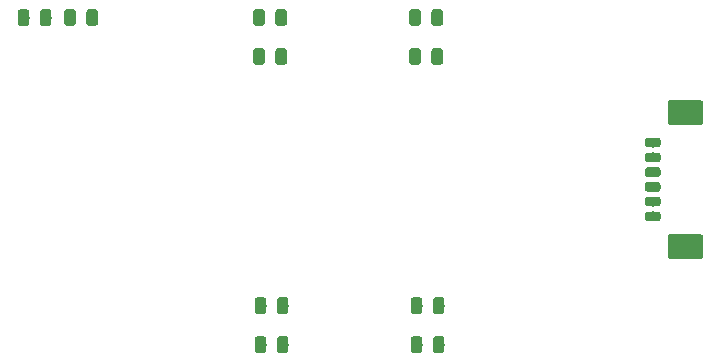
<source format=gtp>
G04 #@! TF.GenerationSoftware,KiCad,Pcbnew,(5.1.4)-1*
G04 #@! TF.CreationDate,2021-03-16T12:48:34+01:00*
G04 #@! TF.ProjectId,ISP_Adapter_V10,4953505f-4164-4617-9074-65725f563130,rev?*
G04 #@! TF.SameCoordinates,Original*
G04 #@! TF.FileFunction,Paste,Top*
G04 #@! TF.FilePolarity,Positive*
%FSLAX46Y46*%
G04 Gerber Fmt 4.6, Leading zero omitted, Abs format (unit mm)*
G04 Created by KiCad (PCBNEW (5.1.4)-1) date 2021-03-16 12:48:34*
%MOMM*%
%LPD*%
G04 APERTURE LIST*
%ADD10C,0.100000*%
%ADD11C,0.800000*%
%ADD12C,2.100000*%
%ADD13C,0.975000*%
G04 APERTURE END LIST*
D10*
G36*
X185147603Y-61399963D02*
G01*
X185167018Y-61402843D01*
X185186057Y-61407612D01*
X185204537Y-61414224D01*
X185222279Y-61422616D01*
X185239114Y-61432706D01*
X185254879Y-61444398D01*
X185269421Y-61457579D01*
X185282602Y-61472121D01*
X185294294Y-61487886D01*
X185304384Y-61504721D01*
X185312776Y-61522463D01*
X185319388Y-61540943D01*
X185324157Y-61559982D01*
X185327037Y-61579397D01*
X185328000Y-61599000D01*
X185328000Y-61999000D01*
X185327037Y-62018603D01*
X185324157Y-62038018D01*
X185319388Y-62057057D01*
X185312776Y-62075537D01*
X185304384Y-62093279D01*
X185294294Y-62110114D01*
X185282602Y-62125879D01*
X185269421Y-62140421D01*
X185254879Y-62153602D01*
X185239114Y-62165294D01*
X185222279Y-62175384D01*
X185204537Y-62183776D01*
X185186057Y-62190388D01*
X185167018Y-62195157D01*
X185147603Y-62198037D01*
X185128000Y-62199000D01*
X184228000Y-62199000D01*
X184208397Y-62198037D01*
X184188982Y-62195157D01*
X184169943Y-62190388D01*
X184151463Y-62183776D01*
X184133721Y-62175384D01*
X184116886Y-62165294D01*
X184101121Y-62153602D01*
X184086579Y-62140421D01*
X184073398Y-62125879D01*
X184061706Y-62110114D01*
X184051616Y-62093279D01*
X184043224Y-62075537D01*
X184036612Y-62057057D01*
X184031843Y-62038018D01*
X184028963Y-62018603D01*
X184028000Y-61999000D01*
X184028000Y-61599000D01*
X184028963Y-61579397D01*
X184031843Y-61559982D01*
X184036612Y-61540943D01*
X184043224Y-61522463D01*
X184051616Y-61504721D01*
X184061706Y-61487886D01*
X184073398Y-61472121D01*
X184086579Y-61457579D01*
X184101121Y-61444398D01*
X184116886Y-61432706D01*
X184133721Y-61422616D01*
X184151463Y-61414224D01*
X184169943Y-61407612D01*
X184188982Y-61402843D01*
X184208397Y-61399963D01*
X184228000Y-61399000D01*
X185128000Y-61399000D01*
X185147603Y-61399963D01*
X185147603Y-61399963D01*
G37*
D11*
X184678000Y-61799000D03*
D10*
G36*
X185147603Y-60149963D02*
G01*
X185167018Y-60152843D01*
X185186057Y-60157612D01*
X185204537Y-60164224D01*
X185222279Y-60172616D01*
X185239114Y-60182706D01*
X185254879Y-60194398D01*
X185269421Y-60207579D01*
X185282602Y-60222121D01*
X185294294Y-60237886D01*
X185304384Y-60254721D01*
X185312776Y-60272463D01*
X185319388Y-60290943D01*
X185324157Y-60309982D01*
X185327037Y-60329397D01*
X185328000Y-60349000D01*
X185328000Y-60749000D01*
X185327037Y-60768603D01*
X185324157Y-60788018D01*
X185319388Y-60807057D01*
X185312776Y-60825537D01*
X185304384Y-60843279D01*
X185294294Y-60860114D01*
X185282602Y-60875879D01*
X185269421Y-60890421D01*
X185254879Y-60903602D01*
X185239114Y-60915294D01*
X185222279Y-60925384D01*
X185204537Y-60933776D01*
X185186057Y-60940388D01*
X185167018Y-60945157D01*
X185147603Y-60948037D01*
X185128000Y-60949000D01*
X184228000Y-60949000D01*
X184208397Y-60948037D01*
X184188982Y-60945157D01*
X184169943Y-60940388D01*
X184151463Y-60933776D01*
X184133721Y-60925384D01*
X184116886Y-60915294D01*
X184101121Y-60903602D01*
X184086579Y-60890421D01*
X184073398Y-60875879D01*
X184061706Y-60860114D01*
X184051616Y-60843279D01*
X184043224Y-60825537D01*
X184036612Y-60807057D01*
X184031843Y-60788018D01*
X184028963Y-60768603D01*
X184028000Y-60749000D01*
X184028000Y-60349000D01*
X184028963Y-60329397D01*
X184031843Y-60309982D01*
X184036612Y-60290943D01*
X184043224Y-60272463D01*
X184051616Y-60254721D01*
X184061706Y-60237886D01*
X184073398Y-60222121D01*
X184086579Y-60207579D01*
X184101121Y-60194398D01*
X184116886Y-60182706D01*
X184133721Y-60172616D01*
X184151463Y-60164224D01*
X184169943Y-60157612D01*
X184188982Y-60152843D01*
X184208397Y-60149963D01*
X184228000Y-60149000D01*
X185128000Y-60149000D01*
X185147603Y-60149963D01*
X185147603Y-60149963D01*
G37*
D11*
X184678000Y-60549000D03*
D10*
G36*
X185147603Y-58899963D02*
G01*
X185167018Y-58902843D01*
X185186057Y-58907612D01*
X185204537Y-58914224D01*
X185222279Y-58922616D01*
X185239114Y-58932706D01*
X185254879Y-58944398D01*
X185269421Y-58957579D01*
X185282602Y-58972121D01*
X185294294Y-58987886D01*
X185304384Y-59004721D01*
X185312776Y-59022463D01*
X185319388Y-59040943D01*
X185324157Y-59059982D01*
X185327037Y-59079397D01*
X185328000Y-59099000D01*
X185328000Y-59499000D01*
X185327037Y-59518603D01*
X185324157Y-59538018D01*
X185319388Y-59557057D01*
X185312776Y-59575537D01*
X185304384Y-59593279D01*
X185294294Y-59610114D01*
X185282602Y-59625879D01*
X185269421Y-59640421D01*
X185254879Y-59653602D01*
X185239114Y-59665294D01*
X185222279Y-59675384D01*
X185204537Y-59683776D01*
X185186057Y-59690388D01*
X185167018Y-59695157D01*
X185147603Y-59698037D01*
X185128000Y-59699000D01*
X184228000Y-59699000D01*
X184208397Y-59698037D01*
X184188982Y-59695157D01*
X184169943Y-59690388D01*
X184151463Y-59683776D01*
X184133721Y-59675384D01*
X184116886Y-59665294D01*
X184101121Y-59653602D01*
X184086579Y-59640421D01*
X184073398Y-59625879D01*
X184061706Y-59610114D01*
X184051616Y-59593279D01*
X184043224Y-59575537D01*
X184036612Y-59557057D01*
X184031843Y-59538018D01*
X184028963Y-59518603D01*
X184028000Y-59499000D01*
X184028000Y-59099000D01*
X184028963Y-59079397D01*
X184031843Y-59059982D01*
X184036612Y-59040943D01*
X184043224Y-59022463D01*
X184051616Y-59004721D01*
X184061706Y-58987886D01*
X184073398Y-58972121D01*
X184086579Y-58957579D01*
X184101121Y-58944398D01*
X184116886Y-58932706D01*
X184133721Y-58922616D01*
X184151463Y-58914224D01*
X184169943Y-58907612D01*
X184188982Y-58902843D01*
X184208397Y-58899963D01*
X184228000Y-58899000D01*
X185128000Y-58899000D01*
X185147603Y-58899963D01*
X185147603Y-58899963D01*
G37*
D11*
X184678000Y-59299000D03*
D10*
G36*
X185147603Y-57649963D02*
G01*
X185167018Y-57652843D01*
X185186057Y-57657612D01*
X185204537Y-57664224D01*
X185222279Y-57672616D01*
X185239114Y-57682706D01*
X185254879Y-57694398D01*
X185269421Y-57707579D01*
X185282602Y-57722121D01*
X185294294Y-57737886D01*
X185304384Y-57754721D01*
X185312776Y-57772463D01*
X185319388Y-57790943D01*
X185324157Y-57809982D01*
X185327037Y-57829397D01*
X185328000Y-57849000D01*
X185328000Y-58249000D01*
X185327037Y-58268603D01*
X185324157Y-58288018D01*
X185319388Y-58307057D01*
X185312776Y-58325537D01*
X185304384Y-58343279D01*
X185294294Y-58360114D01*
X185282602Y-58375879D01*
X185269421Y-58390421D01*
X185254879Y-58403602D01*
X185239114Y-58415294D01*
X185222279Y-58425384D01*
X185204537Y-58433776D01*
X185186057Y-58440388D01*
X185167018Y-58445157D01*
X185147603Y-58448037D01*
X185128000Y-58449000D01*
X184228000Y-58449000D01*
X184208397Y-58448037D01*
X184188982Y-58445157D01*
X184169943Y-58440388D01*
X184151463Y-58433776D01*
X184133721Y-58425384D01*
X184116886Y-58415294D01*
X184101121Y-58403602D01*
X184086579Y-58390421D01*
X184073398Y-58375879D01*
X184061706Y-58360114D01*
X184051616Y-58343279D01*
X184043224Y-58325537D01*
X184036612Y-58307057D01*
X184031843Y-58288018D01*
X184028963Y-58268603D01*
X184028000Y-58249000D01*
X184028000Y-57849000D01*
X184028963Y-57829397D01*
X184031843Y-57809982D01*
X184036612Y-57790943D01*
X184043224Y-57772463D01*
X184051616Y-57754721D01*
X184061706Y-57737886D01*
X184073398Y-57722121D01*
X184086579Y-57707579D01*
X184101121Y-57694398D01*
X184116886Y-57682706D01*
X184133721Y-57672616D01*
X184151463Y-57664224D01*
X184169943Y-57657612D01*
X184188982Y-57652843D01*
X184208397Y-57649963D01*
X184228000Y-57649000D01*
X185128000Y-57649000D01*
X185147603Y-57649963D01*
X185147603Y-57649963D01*
G37*
D11*
X184678000Y-58049000D03*
D10*
G36*
X185147603Y-56399963D02*
G01*
X185167018Y-56402843D01*
X185186057Y-56407612D01*
X185204537Y-56414224D01*
X185222279Y-56422616D01*
X185239114Y-56432706D01*
X185254879Y-56444398D01*
X185269421Y-56457579D01*
X185282602Y-56472121D01*
X185294294Y-56487886D01*
X185304384Y-56504721D01*
X185312776Y-56522463D01*
X185319388Y-56540943D01*
X185324157Y-56559982D01*
X185327037Y-56579397D01*
X185328000Y-56599000D01*
X185328000Y-56999000D01*
X185327037Y-57018603D01*
X185324157Y-57038018D01*
X185319388Y-57057057D01*
X185312776Y-57075537D01*
X185304384Y-57093279D01*
X185294294Y-57110114D01*
X185282602Y-57125879D01*
X185269421Y-57140421D01*
X185254879Y-57153602D01*
X185239114Y-57165294D01*
X185222279Y-57175384D01*
X185204537Y-57183776D01*
X185186057Y-57190388D01*
X185167018Y-57195157D01*
X185147603Y-57198037D01*
X185128000Y-57199000D01*
X184228000Y-57199000D01*
X184208397Y-57198037D01*
X184188982Y-57195157D01*
X184169943Y-57190388D01*
X184151463Y-57183776D01*
X184133721Y-57175384D01*
X184116886Y-57165294D01*
X184101121Y-57153602D01*
X184086579Y-57140421D01*
X184073398Y-57125879D01*
X184061706Y-57110114D01*
X184051616Y-57093279D01*
X184043224Y-57075537D01*
X184036612Y-57057057D01*
X184031843Y-57038018D01*
X184028963Y-57018603D01*
X184028000Y-56999000D01*
X184028000Y-56599000D01*
X184028963Y-56579397D01*
X184031843Y-56559982D01*
X184036612Y-56540943D01*
X184043224Y-56522463D01*
X184051616Y-56504721D01*
X184061706Y-56487886D01*
X184073398Y-56472121D01*
X184086579Y-56457579D01*
X184101121Y-56444398D01*
X184116886Y-56432706D01*
X184133721Y-56422616D01*
X184151463Y-56414224D01*
X184169943Y-56407612D01*
X184188982Y-56402843D01*
X184208397Y-56399963D01*
X184228000Y-56399000D01*
X185128000Y-56399000D01*
X185147603Y-56399963D01*
X185147603Y-56399963D01*
G37*
D11*
X184678000Y-56799000D03*
D10*
G36*
X185147603Y-55149963D02*
G01*
X185167018Y-55152843D01*
X185186057Y-55157612D01*
X185204537Y-55164224D01*
X185222279Y-55172616D01*
X185239114Y-55182706D01*
X185254879Y-55194398D01*
X185269421Y-55207579D01*
X185282602Y-55222121D01*
X185294294Y-55237886D01*
X185304384Y-55254721D01*
X185312776Y-55272463D01*
X185319388Y-55290943D01*
X185324157Y-55309982D01*
X185327037Y-55329397D01*
X185328000Y-55349000D01*
X185328000Y-55749000D01*
X185327037Y-55768603D01*
X185324157Y-55788018D01*
X185319388Y-55807057D01*
X185312776Y-55825537D01*
X185304384Y-55843279D01*
X185294294Y-55860114D01*
X185282602Y-55875879D01*
X185269421Y-55890421D01*
X185254879Y-55903602D01*
X185239114Y-55915294D01*
X185222279Y-55925384D01*
X185204537Y-55933776D01*
X185186057Y-55940388D01*
X185167018Y-55945157D01*
X185147603Y-55948037D01*
X185128000Y-55949000D01*
X184228000Y-55949000D01*
X184208397Y-55948037D01*
X184188982Y-55945157D01*
X184169943Y-55940388D01*
X184151463Y-55933776D01*
X184133721Y-55925384D01*
X184116886Y-55915294D01*
X184101121Y-55903602D01*
X184086579Y-55890421D01*
X184073398Y-55875879D01*
X184061706Y-55860114D01*
X184051616Y-55843279D01*
X184043224Y-55825537D01*
X184036612Y-55807057D01*
X184031843Y-55788018D01*
X184028963Y-55768603D01*
X184028000Y-55749000D01*
X184028000Y-55349000D01*
X184028963Y-55329397D01*
X184031843Y-55309982D01*
X184036612Y-55290943D01*
X184043224Y-55272463D01*
X184051616Y-55254721D01*
X184061706Y-55237886D01*
X184073398Y-55222121D01*
X184086579Y-55207579D01*
X184101121Y-55194398D01*
X184116886Y-55182706D01*
X184133721Y-55172616D01*
X184151463Y-55164224D01*
X184169943Y-55157612D01*
X184188982Y-55152843D01*
X184208397Y-55149963D01*
X184228000Y-55149000D01*
X185128000Y-55149000D01*
X185147603Y-55149963D01*
X185147603Y-55149963D01*
G37*
D11*
X184678000Y-55549000D03*
D10*
G36*
X188702504Y-63300204D02*
G01*
X188726773Y-63303804D01*
X188750571Y-63309765D01*
X188773671Y-63318030D01*
X188795849Y-63328520D01*
X188816893Y-63341133D01*
X188836598Y-63355747D01*
X188854777Y-63372223D01*
X188871253Y-63390402D01*
X188885867Y-63410107D01*
X188898480Y-63431151D01*
X188908970Y-63453329D01*
X188917235Y-63476429D01*
X188923196Y-63500227D01*
X188926796Y-63524496D01*
X188928000Y-63549000D01*
X188928000Y-65149000D01*
X188926796Y-65173504D01*
X188923196Y-65197773D01*
X188917235Y-65221571D01*
X188908970Y-65244671D01*
X188898480Y-65266849D01*
X188885867Y-65287893D01*
X188871253Y-65307598D01*
X188854777Y-65325777D01*
X188836598Y-65342253D01*
X188816893Y-65356867D01*
X188795849Y-65369480D01*
X188773671Y-65379970D01*
X188750571Y-65388235D01*
X188726773Y-65394196D01*
X188702504Y-65397796D01*
X188678000Y-65399000D01*
X186178000Y-65399000D01*
X186153496Y-65397796D01*
X186129227Y-65394196D01*
X186105429Y-65388235D01*
X186082329Y-65379970D01*
X186060151Y-65369480D01*
X186039107Y-65356867D01*
X186019402Y-65342253D01*
X186001223Y-65325777D01*
X185984747Y-65307598D01*
X185970133Y-65287893D01*
X185957520Y-65266849D01*
X185947030Y-65244671D01*
X185938765Y-65221571D01*
X185932804Y-65197773D01*
X185929204Y-65173504D01*
X185928000Y-65149000D01*
X185928000Y-63549000D01*
X185929204Y-63524496D01*
X185932804Y-63500227D01*
X185938765Y-63476429D01*
X185947030Y-63453329D01*
X185957520Y-63431151D01*
X185970133Y-63410107D01*
X185984747Y-63390402D01*
X186001223Y-63372223D01*
X186019402Y-63355747D01*
X186039107Y-63341133D01*
X186060151Y-63328520D01*
X186082329Y-63318030D01*
X186105429Y-63309765D01*
X186129227Y-63303804D01*
X186153496Y-63300204D01*
X186178000Y-63299000D01*
X188678000Y-63299000D01*
X188702504Y-63300204D01*
X188702504Y-63300204D01*
G37*
D12*
X187428000Y-64349000D03*
D10*
G36*
X188702504Y-51950204D02*
G01*
X188726773Y-51953804D01*
X188750571Y-51959765D01*
X188773671Y-51968030D01*
X188795849Y-51978520D01*
X188816893Y-51991133D01*
X188836598Y-52005747D01*
X188854777Y-52022223D01*
X188871253Y-52040402D01*
X188885867Y-52060107D01*
X188898480Y-52081151D01*
X188908970Y-52103329D01*
X188917235Y-52126429D01*
X188923196Y-52150227D01*
X188926796Y-52174496D01*
X188928000Y-52199000D01*
X188928000Y-53799000D01*
X188926796Y-53823504D01*
X188923196Y-53847773D01*
X188917235Y-53871571D01*
X188908970Y-53894671D01*
X188898480Y-53916849D01*
X188885867Y-53937893D01*
X188871253Y-53957598D01*
X188854777Y-53975777D01*
X188836598Y-53992253D01*
X188816893Y-54006867D01*
X188795849Y-54019480D01*
X188773671Y-54029970D01*
X188750571Y-54038235D01*
X188726773Y-54044196D01*
X188702504Y-54047796D01*
X188678000Y-54049000D01*
X186178000Y-54049000D01*
X186153496Y-54047796D01*
X186129227Y-54044196D01*
X186105429Y-54038235D01*
X186082329Y-54029970D01*
X186060151Y-54019480D01*
X186039107Y-54006867D01*
X186019402Y-53992253D01*
X186001223Y-53975777D01*
X185984747Y-53957598D01*
X185970133Y-53937893D01*
X185957520Y-53916849D01*
X185947030Y-53894671D01*
X185938765Y-53871571D01*
X185932804Y-53847773D01*
X185929204Y-53823504D01*
X185928000Y-53799000D01*
X185928000Y-52199000D01*
X185929204Y-52174496D01*
X185932804Y-52150227D01*
X185938765Y-52126429D01*
X185947030Y-52103329D01*
X185957520Y-52081151D01*
X185970133Y-52060107D01*
X185984747Y-52040402D01*
X186001223Y-52022223D01*
X186019402Y-52005747D01*
X186039107Y-51991133D01*
X186060151Y-51978520D01*
X186082329Y-51968030D01*
X186105429Y-51959765D01*
X186129227Y-51953804D01*
X186153496Y-51950204D01*
X186178000Y-51949000D01*
X188678000Y-51949000D01*
X188702504Y-51950204D01*
X188702504Y-51950204D01*
G37*
D12*
X187428000Y-52999000D03*
D10*
G36*
X153478142Y-44259174D02*
G01*
X153501803Y-44262684D01*
X153525007Y-44268496D01*
X153547529Y-44276554D01*
X153569153Y-44286782D01*
X153589670Y-44299079D01*
X153608883Y-44313329D01*
X153626607Y-44329393D01*
X153642671Y-44347117D01*
X153656921Y-44366330D01*
X153669218Y-44386847D01*
X153679446Y-44408471D01*
X153687504Y-44430993D01*
X153693316Y-44454197D01*
X153696826Y-44477858D01*
X153698000Y-44501750D01*
X153698000Y-45414250D01*
X153696826Y-45438142D01*
X153693316Y-45461803D01*
X153687504Y-45485007D01*
X153679446Y-45507529D01*
X153669218Y-45529153D01*
X153656921Y-45549670D01*
X153642671Y-45568883D01*
X153626607Y-45586607D01*
X153608883Y-45602671D01*
X153589670Y-45616921D01*
X153569153Y-45629218D01*
X153547529Y-45639446D01*
X153525007Y-45647504D01*
X153501803Y-45653316D01*
X153478142Y-45656826D01*
X153454250Y-45658000D01*
X152966750Y-45658000D01*
X152942858Y-45656826D01*
X152919197Y-45653316D01*
X152895993Y-45647504D01*
X152873471Y-45639446D01*
X152851847Y-45629218D01*
X152831330Y-45616921D01*
X152812117Y-45602671D01*
X152794393Y-45586607D01*
X152778329Y-45568883D01*
X152764079Y-45549670D01*
X152751782Y-45529153D01*
X152741554Y-45507529D01*
X152733496Y-45485007D01*
X152727684Y-45461803D01*
X152724174Y-45438142D01*
X152723000Y-45414250D01*
X152723000Y-44501750D01*
X152724174Y-44477858D01*
X152727684Y-44454197D01*
X152733496Y-44430993D01*
X152741554Y-44408471D01*
X152751782Y-44386847D01*
X152764079Y-44366330D01*
X152778329Y-44347117D01*
X152794393Y-44329393D01*
X152812117Y-44313329D01*
X152831330Y-44299079D01*
X152851847Y-44286782D01*
X152873471Y-44276554D01*
X152895993Y-44268496D01*
X152919197Y-44262684D01*
X152942858Y-44259174D01*
X152966750Y-44258000D01*
X153454250Y-44258000D01*
X153478142Y-44259174D01*
X153478142Y-44259174D01*
G37*
D13*
X153210500Y-44958000D03*
D10*
G36*
X151603142Y-44259174D02*
G01*
X151626803Y-44262684D01*
X151650007Y-44268496D01*
X151672529Y-44276554D01*
X151694153Y-44286782D01*
X151714670Y-44299079D01*
X151733883Y-44313329D01*
X151751607Y-44329393D01*
X151767671Y-44347117D01*
X151781921Y-44366330D01*
X151794218Y-44386847D01*
X151804446Y-44408471D01*
X151812504Y-44430993D01*
X151818316Y-44454197D01*
X151821826Y-44477858D01*
X151823000Y-44501750D01*
X151823000Y-45414250D01*
X151821826Y-45438142D01*
X151818316Y-45461803D01*
X151812504Y-45485007D01*
X151804446Y-45507529D01*
X151794218Y-45529153D01*
X151781921Y-45549670D01*
X151767671Y-45568883D01*
X151751607Y-45586607D01*
X151733883Y-45602671D01*
X151714670Y-45616921D01*
X151694153Y-45629218D01*
X151672529Y-45639446D01*
X151650007Y-45647504D01*
X151626803Y-45653316D01*
X151603142Y-45656826D01*
X151579250Y-45658000D01*
X151091750Y-45658000D01*
X151067858Y-45656826D01*
X151044197Y-45653316D01*
X151020993Y-45647504D01*
X150998471Y-45639446D01*
X150976847Y-45629218D01*
X150956330Y-45616921D01*
X150937117Y-45602671D01*
X150919393Y-45586607D01*
X150903329Y-45568883D01*
X150889079Y-45549670D01*
X150876782Y-45529153D01*
X150866554Y-45507529D01*
X150858496Y-45485007D01*
X150852684Y-45461803D01*
X150849174Y-45438142D01*
X150848000Y-45414250D01*
X150848000Y-44501750D01*
X150849174Y-44477858D01*
X150852684Y-44454197D01*
X150858496Y-44430993D01*
X150866554Y-44408471D01*
X150876782Y-44386847D01*
X150889079Y-44366330D01*
X150903329Y-44347117D01*
X150919393Y-44329393D01*
X150937117Y-44313329D01*
X150956330Y-44299079D01*
X150976847Y-44286782D01*
X150998471Y-44276554D01*
X151020993Y-44268496D01*
X151044197Y-44262684D01*
X151067858Y-44259174D01*
X151091750Y-44258000D01*
X151579250Y-44258000D01*
X151603142Y-44259174D01*
X151603142Y-44259174D01*
G37*
D13*
X151335500Y-44958000D03*
D10*
G36*
X166686142Y-44259174D02*
G01*
X166709803Y-44262684D01*
X166733007Y-44268496D01*
X166755529Y-44276554D01*
X166777153Y-44286782D01*
X166797670Y-44299079D01*
X166816883Y-44313329D01*
X166834607Y-44329393D01*
X166850671Y-44347117D01*
X166864921Y-44366330D01*
X166877218Y-44386847D01*
X166887446Y-44408471D01*
X166895504Y-44430993D01*
X166901316Y-44454197D01*
X166904826Y-44477858D01*
X166906000Y-44501750D01*
X166906000Y-45414250D01*
X166904826Y-45438142D01*
X166901316Y-45461803D01*
X166895504Y-45485007D01*
X166887446Y-45507529D01*
X166877218Y-45529153D01*
X166864921Y-45549670D01*
X166850671Y-45568883D01*
X166834607Y-45586607D01*
X166816883Y-45602671D01*
X166797670Y-45616921D01*
X166777153Y-45629218D01*
X166755529Y-45639446D01*
X166733007Y-45647504D01*
X166709803Y-45653316D01*
X166686142Y-45656826D01*
X166662250Y-45658000D01*
X166174750Y-45658000D01*
X166150858Y-45656826D01*
X166127197Y-45653316D01*
X166103993Y-45647504D01*
X166081471Y-45639446D01*
X166059847Y-45629218D01*
X166039330Y-45616921D01*
X166020117Y-45602671D01*
X166002393Y-45586607D01*
X165986329Y-45568883D01*
X165972079Y-45549670D01*
X165959782Y-45529153D01*
X165949554Y-45507529D01*
X165941496Y-45485007D01*
X165935684Y-45461803D01*
X165932174Y-45438142D01*
X165931000Y-45414250D01*
X165931000Y-44501750D01*
X165932174Y-44477858D01*
X165935684Y-44454197D01*
X165941496Y-44430993D01*
X165949554Y-44408471D01*
X165959782Y-44386847D01*
X165972079Y-44366330D01*
X165986329Y-44347117D01*
X166002393Y-44329393D01*
X166020117Y-44313329D01*
X166039330Y-44299079D01*
X166059847Y-44286782D01*
X166081471Y-44276554D01*
X166103993Y-44268496D01*
X166127197Y-44262684D01*
X166150858Y-44259174D01*
X166174750Y-44258000D01*
X166662250Y-44258000D01*
X166686142Y-44259174D01*
X166686142Y-44259174D01*
G37*
D13*
X166418500Y-44958000D03*
D10*
G36*
X164811142Y-44259174D02*
G01*
X164834803Y-44262684D01*
X164858007Y-44268496D01*
X164880529Y-44276554D01*
X164902153Y-44286782D01*
X164922670Y-44299079D01*
X164941883Y-44313329D01*
X164959607Y-44329393D01*
X164975671Y-44347117D01*
X164989921Y-44366330D01*
X165002218Y-44386847D01*
X165012446Y-44408471D01*
X165020504Y-44430993D01*
X165026316Y-44454197D01*
X165029826Y-44477858D01*
X165031000Y-44501750D01*
X165031000Y-45414250D01*
X165029826Y-45438142D01*
X165026316Y-45461803D01*
X165020504Y-45485007D01*
X165012446Y-45507529D01*
X165002218Y-45529153D01*
X164989921Y-45549670D01*
X164975671Y-45568883D01*
X164959607Y-45586607D01*
X164941883Y-45602671D01*
X164922670Y-45616921D01*
X164902153Y-45629218D01*
X164880529Y-45639446D01*
X164858007Y-45647504D01*
X164834803Y-45653316D01*
X164811142Y-45656826D01*
X164787250Y-45658000D01*
X164299750Y-45658000D01*
X164275858Y-45656826D01*
X164252197Y-45653316D01*
X164228993Y-45647504D01*
X164206471Y-45639446D01*
X164184847Y-45629218D01*
X164164330Y-45616921D01*
X164145117Y-45602671D01*
X164127393Y-45586607D01*
X164111329Y-45568883D01*
X164097079Y-45549670D01*
X164084782Y-45529153D01*
X164074554Y-45507529D01*
X164066496Y-45485007D01*
X164060684Y-45461803D01*
X164057174Y-45438142D01*
X164056000Y-45414250D01*
X164056000Y-44501750D01*
X164057174Y-44477858D01*
X164060684Y-44454197D01*
X164066496Y-44430993D01*
X164074554Y-44408471D01*
X164084782Y-44386847D01*
X164097079Y-44366330D01*
X164111329Y-44347117D01*
X164127393Y-44329393D01*
X164145117Y-44313329D01*
X164164330Y-44299079D01*
X164184847Y-44286782D01*
X164206471Y-44276554D01*
X164228993Y-44268496D01*
X164252197Y-44262684D01*
X164275858Y-44259174D01*
X164299750Y-44258000D01*
X164787250Y-44258000D01*
X164811142Y-44259174D01*
X164811142Y-44259174D01*
G37*
D13*
X164543500Y-44958000D03*
D10*
G36*
X153478142Y-47561174D02*
G01*
X153501803Y-47564684D01*
X153525007Y-47570496D01*
X153547529Y-47578554D01*
X153569153Y-47588782D01*
X153589670Y-47601079D01*
X153608883Y-47615329D01*
X153626607Y-47631393D01*
X153642671Y-47649117D01*
X153656921Y-47668330D01*
X153669218Y-47688847D01*
X153679446Y-47710471D01*
X153687504Y-47732993D01*
X153693316Y-47756197D01*
X153696826Y-47779858D01*
X153698000Y-47803750D01*
X153698000Y-48716250D01*
X153696826Y-48740142D01*
X153693316Y-48763803D01*
X153687504Y-48787007D01*
X153679446Y-48809529D01*
X153669218Y-48831153D01*
X153656921Y-48851670D01*
X153642671Y-48870883D01*
X153626607Y-48888607D01*
X153608883Y-48904671D01*
X153589670Y-48918921D01*
X153569153Y-48931218D01*
X153547529Y-48941446D01*
X153525007Y-48949504D01*
X153501803Y-48955316D01*
X153478142Y-48958826D01*
X153454250Y-48960000D01*
X152966750Y-48960000D01*
X152942858Y-48958826D01*
X152919197Y-48955316D01*
X152895993Y-48949504D01*
X152873471Y-48941446D01*
X152851847Y-48931218D01*
X152831330Y-48918921D01*
X152812117Y-48904671D01*
X152794393Y-48888607D01*
X152778329Y-48870883D01*
X152764079Y-48851670D01*
X152751782Y-48831153D01*
X152741554Y-48809529D01*
X152733496Y-48787007D01*
X152727684Y-48763803D01*
X152724174Y-48740142D01*
X152723000Y-48716250D01*
X152723000Y-47803750D01*
X152724174Y-47779858D01*
X152727684Y-47756197D01*
X152733496Y-47732993D01*
X152741554Y-47710471D01*
X152751782Y-47688847D01*
X152764079Y-47668330D01*
X152778329Y-47649117D01*
X152794393Y-47631393D01*
X152812117Y-47615329D01*
X152831330Y-47601079D01*
X152851847Y-47588782D01*
X152873471Y-47578554D01*
X152895993Y-47570496D01*
X152919197Y-47564684D01*
X152942858Y-47561174D01*
X152966750Y-47560000D01*
X153454250Y-47560000D01*
X153478142Y-47561174D01*
X153478142Y-47561174D01*
G37*
D13*
X153210500Y-48260000D03*
D10*
G36*
X151603142Y-47561174D02*
G01*
X151626803Y-47564684D01*
X151650007Y-47570496D01*
X151672529Y-47578554D01*
X151694153Y-47588782D01*
X151714670Y-47601079D01*
X151733883Y-47615329D01*
X151751607Y-47631393D01*
X151767671Y-47649117D01*
X151781921Y-47668330D01*
X151794218Y-47688847D01*
X151804446Y-47710471D01*
X151812504Y-47732993D01*
X151818316Y-47756197D01*
X151821826Y-47779858D01*
X151823000Y-47803750D01*
X151823000Y-48716250D01*
X151821826Y-48740142D01*
X151818316Y-48763803D01*
X151812504Y-48787007D01*
X151804446Y-48809529D01*
X151794218Y-48831153D01*
X151781921Y-48851670D01*
X151767671Y-48870883D01*
X151751607Y-48888607D01*
X151733883Y-48904671D01*
X151714670Y-48918921D01*
X151694153Y-48931218D01*
X151672529Y-48941446D01*
X151650007Y-48949504D01*
X151626803Y-48955316D01*
X151603142Y-48958826D01*
X151579250Y-48960000D01*
X151091750Y-48960000D01*
X151067858Y-48958826D01*
X151044197Y-48955316D01*
X151020993Y-48949504D01*
X150998471Y-48941446D01*
X150976847Y-48931218D01*
X150956330Y-48918921D01*
X150937117Y-48904671D01*
X150919393Y-48888607D01*
X150903329Y-48870883D01*
X150889079Y-48851670D01*
X150876782Y-48831153D01*
X150866554Y-48809529D01*
X150858496Y-48787007D01*
X150852684Y-48763803D01*
X150849174Y-48740142D01*
X150848000Y-48716250D01*
X150848000Y-47803750D01*
X150849174Y-47779858D01*
X150852684Y-47756197D01*
X150858496Y-47732993D01*
X150866554Y-47710471D01*
X150876782Y-47688847D01*
X150889079Y-47668330D01*
X150903329Y-47649117D01*
X150919393Y-47631393D01*
X150937117Y-47615329D01*
X150956330Y-47601079D01*
X150976847Y-47588782D01*
X150998471Y-47578554D01*
X151020993Y-47570496D01*
X151044197Y-47564684D01*
X151067858Y-47561174D01*
X151091750Y-47560000D01*
X151579250Y-47560000D01*
X151603142Y-47561174D01*
X151603142Y-47561174D01*
G37*
D13*
X151335500Y-48260000D03*
D10*
G36*
X166686142Y-47561174D02*
G01*
X166709803Y-47564684D01*
X166733007Y-47570496D01*
X166755529Y-47578554D01*
X166777153Y-47588782D01*
X166797670Y-47601079D01*
X166816883Y-47615329D01*
X166834607Y-47631393D01*
X166850671Y-47649117D01*
X166864921Y-47668330D01*
X166877218Y-47688847D01*
X166887446Y-47710471D01*
X166895504Y-47732993D01*
X166901316Y-47756197D01*
X166904826Y-47779858D01*
X166906000Y-47803750D01*
X166906000Y-48716250D01*
X166904826Y-48740142D01*
X166901316Y-48763803D01*
X166895504Y-48787007D01*
X166887446Y-48809529D01*
X166877218Y-48831153D01*
X166864921Y-48851670D01*
X166850671Y-48870883D01*
X166834607Y-48888607D01*
X166816883Y-48904671D01*
X166797670Y-48918921D01*
X166777153Y-48931218D01*
X166755529Y-48941446D01*
X166733007Y-48949504D01*
X166709803Y-48955316D01*
X166686142Y-48958826D01*
X166662250Y-48960000D01*
X166174750Y-48960000D01*
X166150858Y-48958826D01*
X166127197Y-48955316D01*
X166103993Y-48949504D01*
X166081471Y-48941446D01*
X166059847Y-48931218D01*
X166039330Y-48918921D01*
X166020117Y-48904671D01*
X166002393Y-48888607D01*
X165986329Y-48870883D01*
X165972079Y-48851670D01*
X165959782Y-48831153D01*
X165949554Y-48809529D01*
X165941496Y-48787007D01*
X165935684Y-48763803D01*
X165932174Y-48740142D01*
X165931000Y-48716250D01*
X165931000Y-47803750D01*
X165932174Y-47779858D01*
X165935684Y-47756197D01*
X165941496Y-47732993D01*
X165949554Y-47710471D01*
X165959782Y-47688847D01*
X165972079Y-47668330D01*
X165986329Y-47649117D01*
X166002393Y-47631393D01*
X166020117Y-47615329D01*
X166039330Y-47601079D01*
X166059847Y-47588782D01*
X166081471Y-47578554D01*
X166103993Y-47570496D01*
X166127197Y-47564684D01*
X166150858Y-47561174D01*
X166174750Y-47560000D01*
X166662250Y-47560000D01*
X166686142Y-47561174D01*
X166686142Y-47561174D01*
G37*
D13*
X166418500Y-48260000D03*
D10*
G36*
X164811142Y-47561174D02*
G01*
X164834803Y-47564684D01*
X164858007Y-47570496D01*
X164880529Y-47578554D01*
X164902153Y-47588782D01*
X164922670Y-47601079D01*
X164941883Y-47615329D01*
X164959607Y-47631393D01*
X164975671Y-47649117D01*
X164989921Y-47668330D01*
X165002218Y-47688847D01*
X165012446Y-47710471D01*
X165020504Y-47732993D01*
X165026316Y-47756197D01*
X165029826Y-47779858D01*
X165031000Y-47803750D01*
X165031000Y-48716250D01*
X165029826Y-48740142D01*
X165026316Y-48763803D01*
X165020504Y-48787007D01*
X165012446Y-48809529D01*
X165002218Y-48831153D01*
X164989921Y-48851670D01*
X164975671Y-48870883D01*
X164959607Y-48888607D01*
X164941883Y-48904671D01*
X164922670Y-48918921D01*
X164902153Y-48931218D01*
X164880529Y-48941446D01*
X164858007Y-48949504D01*
X164834803Y-48955316D01*
X164811142Y-48958826D01*
X164787250Y-48960000D01*
X164299750Y-48960000D01*
X164275858Y-48958826D01*
X164252197Y-48955316D01*
X164228993Y-48949504D01*
X164206471Y-48941446D01*
X164184847Y-48931218D01*
X164164330Y-48918921D01*
X164145117Y-48904671D01*
X164127393Y-48888607D01*
X164111329Y-48870883D01*
X164097079Y-48851670D01*
X164084782Y-48831153D01*
X164074554Y-48809529D01*
X164066496Y-48787007D01*
X164060684Y-48763803D01*
X164057174Y-48740142D01*
X164056000Y-48716250D01*
X164056000Y-47803750D01*
X164057174Y-47779858D01*
X164060684Y-47756197D01*
X164066496Y-47732993D01*
X164074554Y-47710471D01*
X164084782Y-47688847D01*
X164097079Y-47668330D01*
X164111329Y-47649117D01*
X164127393Y-47631393D01*
X164145117Y-47615329D01*
X164164330Y-47601079D01*
X164184847Y-47588782D01*
X164206471Y-47578554D01*
X164228993Y-47570496D01*
X164252197Y-47564684D01*
X164275858Y-47561174D01*
X164299750Y-47560000D01*
X164787250Y-47560000D01*
X164811142Y-47561174D01*
X164811142Y-47561174D01*
G37*
D13*
X164543500Y-48260000D03*
D10*
G36*
X153605142Y-68643174D02*
G01*
X153628803Y-68646684D01*
X153652007Y-68652496D01*
X153674529Y-68660554D01*
X153696153Y-68670782D01*
X153716670Y-68683079D01*
X153735883Y-68697329D01*
X153753607Y-68713393D01*
X153769671Y-68731117D01*
X153783921Y-68750330D01*
X153796218Y-68770847D01*
X153806446Y-68792471D01*
X153814504Y-68814993D01*
X153820316Y-68838197D01*
X153823826Y-68861858D01*
X153825000Y-68885750D01*
X153825000Y-69798250D01*
X153823826Y-69822142D01*
X153820316Y-69845803D01*
X153814504Y-69869007D01*
X153806446Y-69891529D01*
X153796218Y-69913153D01*
X153783921Y-69933670D01*
X153769671Y-69952883D01*
X153753607Y-69970607D01*
X153735883Y-69986671D01*
X153716670Y-70000921D01*
X153696153Y-70013218D01*
X153674529Y-70023446D01*
X153652007Y-70031504D01*
X153628803Y-70037316D01*
X153605142Y-70040826D01*
X153581250Y-70042000D01*
X153093750Y-70042000D01*
X153069858Y-70040826D01*
X153046197Y-70037316D01*
X153022993Y-70031504D01*
X153000471Y-70023446D01*
X152978847Y-70013218D01*
X152958330Y-70000921D01*
X152939117Y-69986671D01*
X152921393Y-69970607D01*
X152905329Y-69952883D01*
X152891079Y-69933670D01*
X152878782Y-69913153D01*
X152868554Y-69891529D01*
X152860496Y-69869007D01*
X152854684Y-69845803D01*
X152851174Y-69822142D01*
X152850000Y-69798250D01*
X152850000Y-68885750D01*
X152851174Y-68861858D01*
X152854684Y-68838197D01*
X152860496Y-68814993D01*
X152868554Y-68792471D01*
X152878782Y-68770847D01*
X152891079Y-68750330D01*
X152905329Y-68731117D01*
X152921393Y-68713393D01*
X152939117Y-68697329D01*
X152958330Y-68683079D01*
X152978847Y-68670782D01*
X153000471Y-68660554D01*
X153022993Y-68652496D01*
X153046197Y-68646684D01*
X153069858Y-68643174D01*
X153093750Y-68642000D01*
X153581250Y-68642000D01*
X153605142Y-68643174D01*
X153605142Y-68643174D01*
G37*
D13*
X153337500Y-69342000D03*
D10*
G36*
X151730142Y-68643174D02*
G01*
X151753803Y-68646684D01*
X151777007Y-68652496D01*
X151799529Y-68660554D01*
X151821153Y-68670782D01*
X151841670Y-68683079D01*
X151860883Y-68697329D01*
X151878607Y-68713393D01*
X151894671Y-68731117D01*
X151908921Y-68750330D01*
X151921218Y-68770847D01*
X151931446Y-68792471D01*
X151939504Y-68814993D01*
X151945316Y-68838197D01*
X151948826Y-68861858D01*
X151950000Y-68885750D01*
X151950000Y-69798250D01*
X151948826Y-69822142D01*
X151945316Y-69845803D01*
X151939504Y-69869007D01*
X151931446Y-69891529D01*
X151921218Y-69913153D01*
X151908921Y-69933670D01*
X151894671Y-69952883D01*
X151878607Y-69970607D01*
X151860883Y-69986671D01*
X151841670Y-70000921D01*
X151821153Y-70013218D01*
X151799529Y-70023446D01*
X151777007Y-70031504D01*
X151753803Y-70037316D01*
X151730142Y-70040826D01*
X151706250Y-70042000D01*
X151218750Y-70042000D01*
X151194858Y-70040826D01*
X151171197Y-70037316D01*
X151147993Y-70031504D01*
X151125471Y-70023446D01*
X151103847Y-70013218D01*
X151083330Y-70000921D01*
X151064117Y-69986671D01*
X151046393Y-69970607D01*
X151030329Y-69952883D01*
X151016079Y-69933670D01*
X151003782Y-69913153D01*
X150993554Y-69891529D01*
X150985496Y-69869007D01*
X150979684Y-69845803D01*
X150976174Y-69822142D01*
X150975000Y-69798250D01*
X150975000Y-68885750D01*
X150976174Y-68861858D01*
X150979684Y-68838197D01*
X150985496Y-68814993D01*
X150993554Y-68792471D01*
X151003782Y-68770847D01*
X151016079Y-68750330D01*
X151030329Y-68731117D01*
X151046393Y-68713393D01*
X151064117Y-68697329D01*
X151083330Y-68683079D01*
X151103847Y-68670782D01*
X151125471Y-68660554D01*
X151147993Y-68652496D01*
X151171197Y-68646684D01*
X151194858Y-68643174D01*
X151218750Y-68642000D01*
X151706250Y-68642000D01*
X151730142Y-68643174D01*
X151730142Y-68643174D01*
G37*
D13*
X151462500Y-69342000D03*
D10*
G36*
X166813142Y-68643174D02*
G01*
X166836803Y-68646684D01*
X166860007Y-68652496D01*
X166882529Y-68660554D01*
X166904153Y-68670782D01*
X166924670Y-68683079D01*
X166943883Y-68697329D01*
X166961607Y-68713393D01*
X166977671Y-68731117D01*
X166991921Y-68750330D01*
X167004218Y-68770847D01*
X167014446Y-68792471D01*
X167022504Y-68814993D01*
X167028316Y-68838197D01*
X167031826Y-68861858D01*
X167033000Y-68885750D01*
X167033000Y-69798250D01*
X167031826Y-69822142D01*
X167028316Y-69845803D01*
X167022504Y-69869007D01*
X167014446Y-69891529D01*
X167004218Y-69913153D01*
X166991921Y-69933670D01*
X166977671Y-69952883D01*
X166961607Y-69970607D01*
X166943883Y-69986671D01*
X166924670Y-70000921D01*
X166904153Y-70013218D01*
X166882529Y-70023446D01*
X166860007Y-70031504D01*
X166836803Y-70037316D01*
X166813142Y-70040826D01*
X166789250Y-70042000D01*
X166301750Y-70042000D01*
X166277858Y-70040826D01*
X166254197Y-70037316D01*
X166230993Y-70031504D01*
X166208471Y-70023446D01*
X166186847Y-70013218D01*
X166166330Y-70000921D01*
X166147117Y-69986671D01*
X166129393Y-69970607D01*
X166113329Y-69952883D01*
X166099079Y-69933670D01*
X166086782Y-69913153D01*
X166076554Y-69891529D01*
X166068496Y-69869007D01*
X166062684Y-69845803D01*
X166059174Y-69822142D01*
X166058000Y-69798250D01*
X166058000Y-68885750D01*
X166059174Y-68861858D01*
X166062684Y-68838197D01*
X166068496Y-68814993D01*
X166076554Y-68792471D01*
X166086782Y-68770847D01*
X166099079Y-68750330D01*
X166113329Y-68731117D01*
X166129393Y-68713393D01*
X166147117Y-68697329D01*
X166166330Y-68683079D01*
X166186847Y-68670782D01*
X166208471Y-68660554D01*
X166230993Y-68652496D01*
X166254197Y-68646684D01*
X166277858Y-68643174D01*
X166301750Y-68642000D01*
X166789250Y-68642000D01*
X166813142Y-68643174D01*
X166813142Y-68643174D01*
G37*
D13*
X166545500Y-69342000D03*
D10*
G36*
X164938142Y-68643174D02*
G01*
X164961803Y-68646684D01*
X164985007Y-68652496D01*
X165007529Y-68660554D01*
X165029153Y-68670782D01*
X165049670Y-68683079D01*
X165068883Y-68697329D01*
X165086607Y-68713393D01*
X165102671Y-68731117D01*
X165116921Y-68750330D01*
X165129218Y-68770847D01*
X165139446Y-68792471D01*
X165147504Y-68814993D01*
X165153316Y-68838197D01*
X165156826Y-68861858D01*
X165158000Y-68885750D01*
X165158000Y-69798250D01*
X165156826Y-69822142D01*
X165153316Y-69845803D01*
X165147504Y-69869007D01*
X165139446Y-69891529D01*
X165129218Y-69913153D01*
X165116921Y-69933670D01*
X165102671Y-69952883D01*
X165086607Y-69970607D01*
X165068883Y-69986671D01*
X165049670Y-70000921D01*
X165029153Y-70013218D01*
X165007529Y-70023446D01*
X164985007Y-70031504D01*
X164961803Y-70037316D01*
X164938142Y-70040826D01*
X164914250Y-70042000D01*
X164426750Y-70042000D01*
X164402858Y-70040826D01*
X164379197Y-70037316D01*
X164355993Y-70031504D01*
X164333471Y-70023446D01*
X164311847Y-70013218D01*
X164291330Y-70000921D01*
X164272117Y-69986671D01*
X164254393Y-69970607D01*
X164238329Y-69952883D01*
X164224079Y-69933670D01*
X164211782Y-69913153D01*
X164201554Y-69891529D01*
X164193496Y-69869007D01*
X164187684Y-69845803D01*
X164184174Y-69822142D01*
X164183000Y-69798250D01*
X164183000Y-68885750D01*
X164184174Y-68861858D01*
X164187684Y-68838197D01*
X164193496Y-68814993D01*
X164201554Y-68792471D01*
X164211782Y-68770847D01*
X164224079Y-68750330D01*
X164238329Y-68731117D01*
X164254393Y-68713393D01*
X164272117Y-68697329D01*
X164291330Y-68683079D01*
X164311847Y-68670782D01*
X164333471Y-68660554D01*
X164355993Y-68652496D01*
X164379197Y-68646684D01*
X164402858Y-68643174D01*
X164426750Y-68642000D01*
X164914250Y-68642000D01*
X164938142Y-68643174D01*
X164938142Y-68643174D01*
G37*
D13*
X164670500Y-69342000D03*
D10*
G36*
X151730142Y-71945174D02*
G01*
X151753803Y-71948684D01*
X151777007Y-71954496D01*
X151799529Y-71962554D01*
X151821153Y-71972782D01*
X151841670Y-71985079D01*
X151860883Y-71999329D01*
X151878607Y-72015393D01*
X151894671Y-72033117D01*
X151908921Y-72052330D01*
X151921218Y-72072847D01*
X151931446Y-72094471D01*
X151939504Y-72116993D01*
X151945316Y-72140197D01*
X151948826Y-72163858D01*
X151950000Y-72187750D01*
X151950000Y-73100250D01*
X151948826Y-73124142D01*
X151945316Y-73147803D01*
X151939504Y-73171007D01*
X151931446Y-73193529D01*
X151921218Y-73215153D01*
X151908921Y-73235670D01*
X151894671Y-73254883D01*
X151878607Y-73272607D01*
X151860883Y-73288671D01*
X151841670Y-73302921D01*
X151821153Y-73315218D01*
X151799529Y-73325446D01*
X151777007Y-73333504D01*
X151753803Y-73339316D01*
X151730142Y-73342826D01*
X151706250Y-73344000D01*
X151218750Y-73344000D01*
X151194858Y-73342826D01*
X151171197Y-73339316D01*
X151147993Y-73333504D01*
X151125471Y-73325446D01*
X151103847Y-73315218D01*
X151083330Y-73302921D01*
X151064117Y-73288671D01*
X151046393Y-73272607D01*
X151030329Y-73254883D01*
X151016079Y-73235670D01*
X151003782Y-73215153D01*
X150993554Y-73193529D01*
X150985496Y-73171007D01*
X150979684Y-73147803D01*
X150976174Y-73124142D01*
X150975000Y-73100250D01*
X150975000Y-72187750D01*
X150976174Y-72163858D01*
X150979684Y-72140197D01*
X150985496Y-72116993D01*
X150993554Y-72094471D01*
X151003782Y-72072847D01*
X151016079Y-72052330D01*
X151030329Y-72033117D01*
X151046393Y-72015393D01*
X151064117Y-71999329D01*
X151083330Y-71985079D01*
X151103847Y-71972782D01*
X151125471Y-71962554D01*
X151147993Y-71954496D01*
X151171197Y-71948684D01*
X151194858Y-71945174D01*
X151218750Y-71944000D01*
X151706250Y-71944000D01*
X151730142Y-71945174D01*
X151730142Y-71945174D01*
G37*
D13*
X151462500Y-72644000D03*
D10*
G36*
X153605142Y-71945174D02*
G01*
X153628803Y-71948684D01*
X153652007Y-71954496D01*
X153674529Y-71962554D01*
X153696153Y-71972782D01*
X153716670Y-71985079D01*
X153735883Y-71999329D01*
X153753607Y-72015393D01*
X153769671Y-72033117D01*
X153783921Y-72052330D01*
X153796218Y-72072847D01*
X153806446Y-72094471D01*
X153814504Y-72116993D01*
X153820316Y-72140197D01*
X153823826Y-72163858D01*
X153825000Y-72187750D01*
X153825000Y-73100250D01*
X153823826Y-73124142D01*
X153820316Y-73147803D01*
X153814504Y-73171007D01*
X153806446Y-73193529D01*
X153796218Y-73215153D01*
X153783921Y-73235670D01*
X153769671Y-73254883D01*
X153753607Y-73272607D01*
X153735883Y-73288671D01*
X153716670Y-73302921D01*
X153696153Y-73315218D01*
X153674529Y-73325446D01*
X153652007Y-73333504D01*
X153628803Y-73339316D01*
X153605142Y-73342826D01*
X153581250Y-73344000D01*
X153093750Y-73344000D01*
X153069858Y-73342826D01*
X153046197Y-73339316D01*
X153022993Y-73333504D01*
X153000471Y-73325446D01*
X152978847Y-73315218D01*
X152958330Y-73302921D01*
X152939117Y-73288671D01*
X152921393Y-73272607D01*
X152905329Y-73254883D01*
X152891079Y-73235670D01*
X152878782Y-73215153D01*
X152868554Y-73193529D01*
X152860496Y-73171007D01*
X152854684Y-73147803D01*
X152851174Y-73124142D01*
X152850000Y-73100250D01*
X152850000Y-72187750D01*
X152851174Y-72163858D01*
X152854684Y-72140197D01*
X152860496Y-72116993D01*
X152868554Y-72094471D01*
X152878782Y-72072847D01*
X152891079Y-72052330D01*
X152905329Y-72033117D01*
X152921393Y-72015393D01*
X152939117Y-71999329D01*
X152958330Y-71985079D01*
X152978847Y-71972782D01*
X153000471Y-71962554D01*
X153022993Y-71954496D01*
X153046197Y-71948684D01*
X153069858Y-71945174D01*
X153093750Y-71944000D01*
X153581250Y-71944000D01*
X153605142Y-71945174D01*
X153605142Y-71945174D01*
G37*
D13*
X153337500Y-72644000D03*
D10*
G36*
X164938142Y-71945174D02*
G01*
X164961803Y-71948684D01*
X164985007Y-71954496D01*
X165007529Y-71962554D01*
X165029153Y-71972782D01*
X165049670Y-71985079D01*
X165068883Y-71999329D01*
X165086607Y-72015393D01*
X165102671Y-72033117D01*
X165116921Y-72052330D01*
X165129218Y-72072847D01*
X165139446Y-72094471D01*
X165147504Y-72116993D01*
X165153316Y-72140197D01*
X165156826Y-72163858D01*
X165158000Y-72187750D01*
X165158000Y-73100250D01*
X165156826Y-73124142D01*
X165153316Y-73147803D01*
X165147504Y-73171007D01*
X165139446Y-73193529D01*
X165129218Y-73215153D01*
X165116921Y-73235670D01*
X165102671Y-73254883D01*
X165086607Y-73272607D01*
X165068883Y-73288671D01*
X165049670Y-73302921D01*
X165029153Y-73315218D01*
X165007529Y-73325446D01*
X164985007Y-73333504D01*
X164961803Y-73339316D01*
X164938142Y-73342826D01*
X164914250Y-73344000D01*
X164426750Y-73344000D01*
X164402858Y-73342826D01*
X164379197Y-73339316D01*
X164355993Y-73333504D01*
X164333471Y-73325446D01*
X164311847Y-73315218D01*
X164291330Y-73302921D01*
X164272117Y-73288671D01*
X164254393Y-73272607D01*
X164238329Y-73254883D01*
X164224079Y-73235670D01*
X164211782Y-73215153D01*
X164201554Y-73193529D01*
X164193496Y-73171007D01*
X164187684Y-73147803D01*
X164184174Y-73124142D01*
X164183000Y-73100250D01*
X164183000Y-72187750D01*
X164184174Y-72163858D01*
X164187684Y-72140197D01*
X164193496Y-72116993D01*
X164201554Y-72094471D01*
X164211782Y-72072847D01*
X164224079Y-72052330D01*
X164238329Y-72033117D01*
X164254393Y-72015393D01*
X164272117Y-71999329D01*
X164291330Y-71985079D01*
X164311847Y-71972782D01*
X164333471Y-71962554D01*
X164355993Y-71954496D01*
X164379197Y-71948684D01*
X164402858Y-71945174D01*
X164426750Y-71944000D01*
X164914250Y-71944000D01*
X164938142Y-71945174D01*
X164938142Y-71945174D01*
G37*
D13*
X164670500Y-72644000D03*
D10*
G36*
X166813142Y-71945174D02*
G01*
X166836803Y-71948684D01*
X166860007Y-71954496D01*
X166882529Y-71962554D01*
X166904153Y-71972782D01*
X166924670Y-71985079D01*
X166943883Y-71999329D01*
X166961607Y-72015393D01*
X166977671Y-72033117D01*
X166991921Y-72052330D01*
X167004218Y-72072847D01*
X167014446Y-72094471D01*
X167022504Y-72116993D01*
X167028316Y-72140197D01*
X167031826Y-72163858D01*
X167033000Y-72187750D01*
X167033000Y-73100250D01*
X167031826Y-73124142D01*
X167028316Y-73147803D01*
X167022504Y-73171007D01*
X167014446Y-73193529D01*
X167004218Y-73215153D01*
X166991921Y-73235670D01*
X166977671Y-73254883D01*
X166961607Y-73272607D01*
X166943883Y-73288671D01*
X166924670Y-73302921D01*
X166904153Y-73315218D01*
X166882529Y-73325446D01*
X166860007Y-73333504D01*
X166836803Y-73339316D01*
X166813142Y-73342826D01*
X166789250Y-73344000D01*
X166301750Y-73344000D01*
X166277858Y-73342826D01*
X166254197Y-73339316D01*
X166230993Y-73333504D01*
X166208471Y-73325446D01*
X166186847Y-73315218D01*
X166166330Y-73302921D01*
X166147117Y-73288671D01*
X166129393Y-73272607D01*
X166113329Y-73254883D01*
X166099079Y-73235670D01*
X166086782Y-73215153D01*
X166076554Y-73193529D01*
X166068496Y-73171007D01*
X166062684Y-73147803D01*
X166059174Y-73124142D01*
X166058000Y-73100250D01*
X166058000Y-72187750D01*
X166059174Y-72163858D01*
X166062684Y-72140197D01*
X166068496Y-72116993D01*
X166076554Y-72094471D01*
X166086782Y-72072847D01*
X166099079Y-72052330D01*
X166113329Y-72033117D01*
X166129393Y-72015393D01*
X166147117Y-71999329D01*
X166166330Y-71985079D01*
X166186847Y-71972782D01*
X166208471Y-71962554D01*
X166230993Y-71954496D01*
X166254197Y-71948684D01*
X166277858Y-71945174D01*
X166301750Y-71944000D01*
X166789250Y-71944000D01*
X166813142Y-71945174D01*
X166813142Y-71945174D01*
G37*
D13*
X166545500Y-72644000D03*
D10*
G36*
X131664142Y-44259174D02*
G01*
X131687803Y-44262684D01*
X131711007Y-44268496D01*
X131733529Y-44276554D01*
X131755153Y-44286782D01*
X131775670Y-44299079D01*
X131794883Y-44313329D01*
X131812607Y-44329393D01*
X131828671Y-44347117D01*
X131842921Y-44366330D01*
X131855218Y-44386847D01*
X131865446Y-44408471D01*
X131873504Y-44430993D01*
X131879316Y-44454197D01*
X131882826Y-44477858D01*
X131884000Y-44501750D01*
X131884000Y-45414250D01*
X131882826Y-45438142D01*
X131879316Y-45461803D01*
X131873504Y-45485007D01*
X131865446Y-45507529D01*
X131855218Y-45529153D01*
X131842921Y-45549670D01*
X131828671Y-45568883D01*
X131812607Y-45586607D01*
X131794883Y-45602671D01*
X131775670Y-45616921D01*
X131755153Y-45629218D01*
X131733529Y-45639446D01*
X131711007Y-45647504D01*
X131687803Y-45653316D01*
X131664142Y-45656826D01*
X131640250Y-45658000D01*
X131152750Y-45658000D01*
X131128858Y-45656826D01*
X131105197Y-45653316D01*
X131081993Y-45647504D01*
X131059471Y-45639446D01*
X131037847Y-45629218D01*
X131017330Y-45616921D01*
X130998117Y-45602671D01*
X130980393Y-45586607D01*
X130964329Y-45568883D01*
X130950079Y-45549670D01*
X130937782Y-45529153D01*
X130927554Y-45507529D01*
X130919496Y-45485007D01*
X130913684Y-45461803D01*
X130910174Y-45438142D01*
X130909000Y-45414250D01*
X130909000Y-44501750D01*
X130910174Y-44477858D01*
X130913684Y-44454197D01*
X130919496Y-44430993D01*
X130927554Y-44408471D01*
X130937782Y-44386847D01*
X130950079Y-44366330D01*
X130964329Y-44347117D01*
X130980393Y-44329393D01*
X130998117Y-44313329D01*
X131017330Y-44299079D01*
X131037847Y-44286782D01*
X131059471Y-44276554D01*
X131081993Y-44268496D01*
X131105197Y-44262684D01*
X131128858Y-44259174D01*
X131152750Y-44258000D01*
X131640250Y-44258000D01*
X131664142Y-44259174D01*
X131664142Y-44259174D01*
G37*
D13*
X131396500Y-44958000D03*
D10*
G36*
X133539142Y-44259174D02*
G01*
X133562803Y-44262684D01*
X133586007Y-44268496D01*
X133608529Y-44276554D01*
X133630153Y-44286782D01*
X133650670Y-44299079D01*
X133669883Y-44313329D01*
X133687607Y-44329393D01*
X133703671Y-44347117D01*
X133717921Y-44366330D01*
X133730218Y-44386847D01*
X133740446Y-44408471D01*
X133748504Y-44430993D01*
X133754316Y-44454197D01*
X133757826Y-44477858D01*
X133759000Y-44501750D01*
X133759000Y-45414250D01*
X133757826Y-45438142D01*
X133754316Y-45461803D01*
X133748504Y-45485007D01*
X133740446Y-45507529D01*
X133730218Y-45529153D01*
X133717921Y-45549670D01*
X133703671Y-45568883D01*
X133687607Y-45586607D01*
X133669883Y-45602671D01*
X133650670Y-45616921D01*
X133630153Y-45629218D01*
X133608529Y-45639446D01*
X133586007Y-45647504D01*
X133562803Y-45653316D01*
X133539142Y-45656826D01*
X133515250Y-45658000D01*
X133027750Y-45658000D01*
X133003858Y-45656826D01*
X132980197Y-45653316D01*
X132956993Y-45647504D01*
X132934471Y-45639446D01*
X132912847Y-45629218D01*
X132892330Y-45616921D01*
X132873117Y-45602671D01*
X132855393Y-45586607D01*
X132839329Y-45568883D01*
X132825079Y-45549670D01*
X132812782Y-45529153D01*
X132802554Y-45507529D01*
X132794496Y-45485007D01*
X132788684Y-45461803D01*
X132785174Y-45438142D01*
X132784000Y-45414250D01*
X132784000Y-44501750D01*
X132785174Y-44477858D01*
X132788684Y-44454197D01*
X132794496Y-44430993D01*
X132802554Y-44408471D01*
X132812782Y-44386847D01*
X132825079Y-44366330D01*
X132839329Y-44347117D01*
X132855393Y-44329393D01*
X132873117Y-44313329D01*
X132892330Y-44299079D01*
X132912847Y-44286782D01*
X132934471Y-44276554D01*
X132956993Y-44268496D01*
X132980197Y-44262684D01*
X133003858Y-44259174D01*
X133027750Y-44258000D01*
X133515250Y-44258000D01*
X133539142Y-44259174D01*
X133539142Y-44259174D01*
G37*
D13*
X133271500Y-44958000D03*
D10*
G36*
X135601142Y-44259174D02*
G01*
X135624803Y-44262684D01*
X135648007Y-44268496D01*
X135670529Y-44276554D01*
X135692153Y-44286782D01*
X135712670Y-44299079D01*
X135731883Y-44313329D01*
X135749607Y-44329393D01*
X135765671Y-44347117D01*
X135779921Y-44366330D01*
X135792218Y-44386847D01*
X135802446Y-44408471D01*
X135810504Y-44430993D01*
X135816316Y-44454197D01*
X135819826Y-44477858D01*
X135821000Y-44501750D01*
X135821000Y-45414250D01*
X135819826Y-45438142D01*
X135816316Y-45461803D01*
X135810504Y-45485007D01*
X135802446Y-45507529D01*
X135792218Y-45529153D01*
X135779921Y-45549670D01*
X135765671Y-45568883D01*
X135749607Y-45586607D01*
X135731883Y-45602671D01*
X135712670Y-45616921D01*
X135692153Y-45629218D01*
X135670529Y-45639446D01*
X135648007Y-45647504D01*
X135624803Y-45653316D01*
X135601142Y-45656826D01*
X135577250Y-45658000D01*
X135089750Y-45658000D01*
X135065858Y-45656826D01*
X135042197Y-45653316D01*
X135018993Y-45647504D01*
X134996471Y-45639446D01*
X134974847Y-45629218D01*
X134954330Y-45616921D01*
X134935117Y-45602671D01*
X134917393Y-45586607D01*
X134901329Y-45568883D01*
X134887079Y-45549670D01*
X134874782Y-45529153D01*
X134864554Y-45507529D01*
X134856496Y-45485007D01*
X134850684Y-45461803D01*
X134847174Y-45438142D01*
X134846000Y-45414250D01*
X134846000Y-44501750D01*
X134847174Y-44477858D01*
X134850684Y-44454197D01*
X134856496Y-44430993D01*
X134864554Y-44408471D01*
X134874782Y-44386847D01*
X134887079Y-44366330D01*
X134901329Y-44347117D01*
X134917393Y-44329393D01*
X134935117Y-44313329D01*
X134954330Y-44299079D01*
X134974847Y-44286782D01*
X134996471Y-44276554D01*
X135018993Y-44268496D01*
X135042197Y-44262684D01*
X135065858Y-44259174D01*
X135089750Y-44258000D01*
X135577250Y-44258000D01*
X135601142Y-44259174D01*
X135601142Y-44259174D01*
G37*
D13*
X135333500Y-44958000D03*
D10*
G36*
X137476142Y-44259174D02*
G01*
X137499803Y-44262684D01*
X137523007Y-44268496D01*
X137545529Y-44276554D01*
X137567153Y-44286782D01*
X137587670Y-44299079D01*
X137606883Y-44313329D01*
X137624607Y-44329393D01*
X137640671Y-44347117D01*
X137654921Y-44366330D01*
X137667218Y-44386847D01*
X137677446Y-44408471D01*
X137685504Y-44430993D01*
X137691316Y-44454197D01*
X137694826Y-44477858D01*
X137696000Y-44501750D01*
X137696000Y-45414250D01*
X137694826Y-45438142D01*
X137691316Y-45461803D01*
X137685504Y-45485007D01*
X137677446Y-45507529D01*
X137667218Y-45529153D01*
X137654921Y-45549670D01*
X137640671Y-45568883D01*
X137624607Y-45586607D01*
X137606883Y-45602671D01*
X137587670Y-45616921D01*
X137567153Y-45629218D01*
X137545529Y-45639446D01*
X137523007Y-45647504D01*
X137499803Y-45653316D01*
X137476142Y-45656826D01*
X137452250Y-45658000D01*
X136964750Y-45658000D01*
X136940858Y-45656826D01*
X136917197Y-45653316D01*
X136893993Y-45647504D01*
X136871471Y-45639446D01*
X136849847Y-45629218D01*
X136829330Y-45616921D01*
X136810117Y-45602671D01*
X136792393Y-45586607D01*
X136776329Y-45568883D01*
X136762079Y-45549670D01*
X136749782Y-45529153D01*
X136739554Y-45507529D01*
X136731496Y-45485007D01*
X136725684Y-45461803D01*
X136722174Y-45438142D01*
X136721000Y-45414250D01*
X136721000Y-44501750D01*
X136722174Y-44477858D01*
X136725684Y-44454197D01*
X136731496Y-44430993D01*
X136739554Y-44408471D01*
X136749782Y-44386847D01*
X136762079Y-44366330D01*
X136776329Y-44347117D01*
X136792393Y-44329393D01*
X136810117Y-44313329D01*
X136829330Y-44299079D01*
X136849847Y-44286782D01*
X136871471Y-44276554D01*
X136893993Y-44268496D01*
X136917197Y-44262684D01*
X136940858Y-44259174D01*
X136964750Y-44258000D01*
X137452250Y-44258000D01*
X137476142Y-44259174D01*
X137476142Y-44259174D01*
G37*
D13*
X137208500Y-44958000D03*
M02*

</source>
